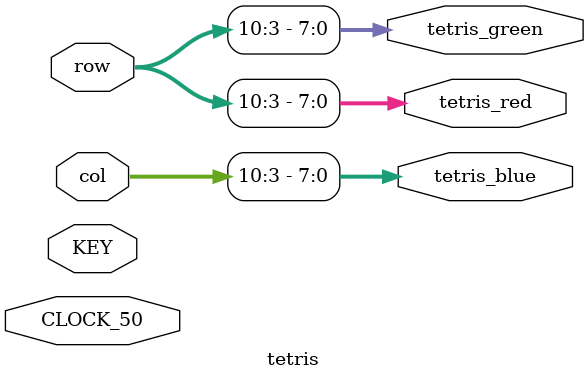
<source format=sv>
module tetris (
  output logic [7:0]  tetris_red,
  output logic [7:0]  tetris_green, 
  output logic [7:0]  tetris_blue, 
  input  logic [10:0] col, 
  input  logic [10:0] row, 
  input  logic        CLOCK_50,
  input  logic [3:0]  KEY);
  
  assign tetris_red   = row[10:3];
  assign tetris_green = row[10:3];
  assign tetris_blue  = col[10:3];
  
endmodule: tetris

</source>
